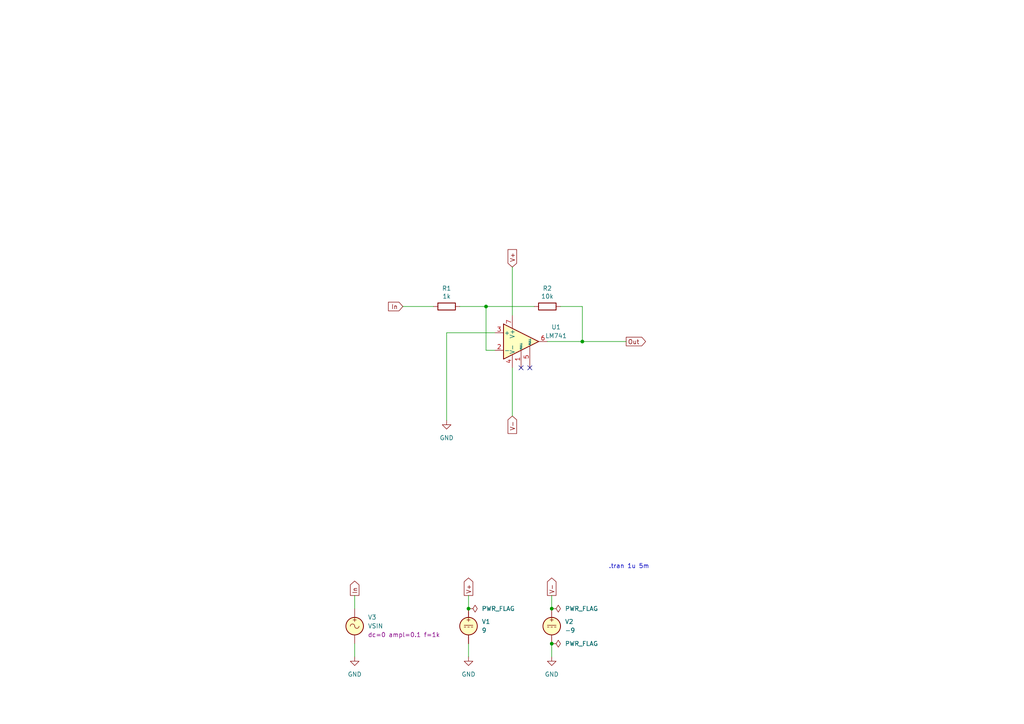
<source format=kicad_sch>
(kicad_sch (version 20230121) (generator eeschema)
  (paper "A4")
  (title_block (title "OPamp, inverting") (date "2024-02-27") (rev "1") (company "GitHub/OJStuff"))
  (lib_symbols
    (symbol "Amplifier_Operational:LM741" (pin_names (offset 0.127))
      (property "Reference" "U" (at 0 6.35 0))
      (property "Value" "LM741" (at 0 3.81 0))
      (symbol "LM741_0_1"
        (polyline (pts (xy -5.08 5.08) (xy 5.08 0) (xy -5.08 -5.08) (xy -5.08 5.08)) (stroke (width 0.254)) (fill (type background)))
      )
      (symbol "LM741_1_1"
        (pin input line (at 0 -7.62 90) (length 5.08) (name "NULL") (number "1"))
        (pin input line (at -7.62 -2.54 0) (length 2.54) (name "-") (number "2"))
        (pin input line (at -7.62 2.54 0) (length 2.54) (name "+") (number "3"))
        (pin power_in line (at -2.54 -7.62 90) (length 3.81) (name "V-") (number "4"))
        (pin input line (at 2.54 -7.62 90) (length 6.35) (name "NULL") (number "5"))
        (pin output line (at 7.62 0 180) (length 2.54) (name "~") (number "6"))
        (pin power_in line (at -2.54 7.62 270) (length 3.81) (name "V+") (number "7"))
        (pin no_connect line (at 0 2.54 270) (length 2.54) hide (name "NC") (number "8"))
      )
    )
    (symbol "Device:R" (pin_numbers hide) (pin_names (offset 0))
      (property "Reference" "R" (at 2.032 0 90))
      (property "Value" "R" (at 0 0 90))
      (symbol "R_0_1"
        (rectangle (start -1.016 -2.54) (end 1.016 2.54) (stroke (width 0.254)))
      )
      (symbol "R_1_1"
        (pin passive line (at 0 3.81 270) (length 1.27) (name "~") (number "1"))
        (pin passive line (at 0 -3.81 90) (length 1.27) (name "~") (number "2"))
      )
    )
    (symbol "Simulation_SPICE:VDC" (pin_numbers hide) (pin_names (offset 0.0254))
      (property "Reference" "V" (at 2.54 2.54 0))
      (property "Value" "1" (at 2.54 0 0))
      (symbol "VDC_0_0"
        (polyline (pts (xy -1.27 0.254) (xy 1.27 0.254)))
        (polyline (pts (xy -0.762 -0.254) (xy -1.27 -0.254)))
        (polyline (pts (xy 0.254 -0.254) (xy -0.254 -0.254)))
        (polyline (pts (xy 1.27 -0.254) (xy 0.762 -0.254)))
        (text "+" (at 0 1.905 0) (effects (font (size 1.27 1.27))))
      )
      (symbol "VDC_0_1"
        (circle (center 0 0) (radius 2.54) (stroke (width 0.254)) (fill (type background)))
      )
      (symbol "VDC_1_1"
        (pin passive line (at 0 5.08 270) (length 2.54) (name "~") (number "1"))
        (pin passive line (at 0 -5.08 90) (length 2.54) (name "~") (number "2"))
      )
    )
    (symbol "Simulation_SPICE:VSIN" (pin_numbers hide) (pin_names (offset 0.0254))
      (property "Reference" "V" (at 2.54 2.54 0))
      (property "Value" "VSIN" (at 2.54 0 0))
      (property "Sim.Params" "dc=0 ampl=1 f=1k ac=1" (at 2.54 -2.54 0))
      (symbol "VSIN_0_0"
        (arc (start 0 0) (mid -0.635 0.6323) (end -1.27 0))
        (arc (start 0 0) (mid 0.635 -0.6323) (end 1.27 0))
        (text "+" (at 0 1.905 0) (effects (font (size 1.27 1.27))))
      )
      (symbol "VSIN_0_1"
        (circle (center 0 0) (radius 2.54) (stroke (width 0.254)) (fill (type background)))
      )
      (symbol "VSIN_1_1"
        (pin passive line (at 0 5.08 270) (length 2.54) (name "~") (number "1"))
        (pin passive line (at 0 -5.08 90) (length 2.54) (name "~") (number "2"))
      )
    )
    (symbol "power:GND" (power) (pin_names (offset 0))
      (property "Value" "GND" (at 0 -3.81 0))
      (symbol "GND_0_1"
        (polyline (pts (xy 0 0) (xy 0 -1.27) (xy 1.27 -1.27) (xy 0 -2.54) (xy -1.27 -1.27) (xy 0 -1.27)))
      )
      (symbol "GND_1_1"
        (pin power_in line (at 0 0 270) (length 0) hide (name "GND") (number "1"))
      )
    )
    (symbol "power:PWR_FLAG" (power) (pin_numbers hide) (pin_names (offset 0) hide)
      (property "Value" "PWR_FLAG" (at 0 3.81 0))
      (symbol "PWR_FLAG_0_0"
        (pin power_out line (at 0 0 90) (length 0) (name "pwr") (number "1"))
      )
      (symbol "PWR_FLAG_0_1"
        (polyline (pts (xy 0 0) (xy 0 1.27) (xy -1.016 1.905) (xy 0 2.54) (xy 1.016 1.905) (xy 0 1.27)))
      )
    )
  )
  (junction (at 168.91 99.06))
  (junction (at 160.02 186.69))
  (junction (at 160.02 176.53))
  (junction (at 140.97 88.9))
  (junction (at 135.89 176.53))
  (no_connect (at 151.13 106.68))
  (no_connect (at 153.67 106.68))
  (wire (pts (xy 160.02 186.69) (xy 160.02 190.5)))
  (wire (pts (xy 102.87 186.69) (xy 102.87 190.5)))
  (wire (pts (xy 135.89 186.69) (xy 135.89 190.5)))
  (wire (pts (xy 143.51 101.6) (xy 140.97 101.6)))
  (wire (pts (xy 162.56 88.9) (xy 168.91 88.9)))
  (wire (pts (xy 140.97 101.6) (xy 140.97 88.9)))
  (wire (pts (xy 148.59 77.47) (xy 148.59 91.44)))
  (wire (pts (xy 129.54 96.52) (xy 143.51 96.52)))
  (wire (pts (xy 140.97 88.9) (xy 154.94 88.9)))
  (wire (pts (xy 102.87 172.72) (xy 102.87 176.53)))
  (wire (pts (xy 148.59 120.65) (xy 148.59 106.68)))
  (wire (pts (xy 116.84 88.9) (xy 125.73 88.9)))
  (wire (pts (xy 135.89 172.72) (xy 135.89 176.53)))
  (wire (pts (xy 160.02 172.72) (xy 160.02 176.53)))
  (wire (pts (xy 168.91 99.06) (xy 158.75 99.06)))
  (wire (pts (xy 168.91 88.9) (xy 168.91 99.06)))
  (wire (pts (xy 133.35 88.9) (xy 140.97 88.9)))
  (wire (pts (xy 129.54 96.52) (xy 129.54 121.92)))
  (wire (pts (xy 181.61 99.06) (xy 168.91 99.06)))
  (text ".tran 1u 5m" (at 176.53 165.1 0) (effects (font (size 1.27 1.27)) (justify left bottom)))
  (global_label "V+" (shape output) (at 135.89 172.72 90) (property "Intersheetrefs" "${INTERSHEET_REFS}" (effects hide)))
  (global_label "V-" (shape output) (at 160.02 172.72 90) (property "Intersheetrefs" "${INTERSHEET_REFS}" (effects hide)))
  (global_label "In" (shape output) (at 102.87 172.72 90) (property "Intersheetrefs" "${INTERSHEET_REFS}" (effects hide)))
  (global_label "V-" (shape input) (at 148.59 120.65 270) (property "Intersheetrefs" "${INTERSHEET_REFS}" (effects hide)))
  (global_label "In" (shape input) (at 116.84 88.9 180) (property "Intersheetrefs" "${INTERSHEET_REFS}" (effects hide)))
  (global_label "V+" (shape input) (at 148.59 77.47 90) (property "Intersheetrefs" "${INTERSHEET_REFS}" (effects hide)))
  (global_label "Out" (shape output) (at 181.61 99.06 0) (property "Intersheetrefs" "${INTERSHEET_REFS}" (effects hide)))
  (symbol (lib_id "power:PWR_FLAG") (at 160.02 176.53 270) (unit 1)
    (property "Reference" "#FLG02" (effects hide))
    (property "Value" "PWR_FLAG" (at 163.83 176.53 90) (effects (justify left)))
  )
  (symbol (lib_id "power:GND") (at 135.89 190.5 0) (unit 1)
    (property "Reference" "#PWR04" (effects hide))
    (property "Value" "GND" (at 135.89 195.58 0))
  )
  (symbol (lib_id "power:GND") (at 102.87 190.5 0) (unit 1)
    (property "Reference" "#PWR02" (effects hide))
    (property "Value" "GND" (at 102.87 195.58 0))
  )
  (symbol (lib_id "Device:R") (at 158.75 88.9 270) (unit 1)
    (property "Reference" "R2" (at 158.75 83.6422 90))
    (property "Value" "10k" (at 158.75 85.9536 90))
  )
  (symbol (lib_id "power:PWR_FLAG") (at 135.89 176.53 270) (unit 1)
    (property "Reference" "#FLG01" (effects hide))
    (property "Value" "PWR_FLAG" (at 139.7 176.53 90) (effects (justify left)))
  )
  (symbol (lib_id "Simulation_SPICE:VDC") (at 160.02 181.61 0) (unit 1)
    (property "Reference" "V2" (at 163.83 180.3042 0) (effects (justify left)))
    (property "Value" "-9" (at 163.83 182.8442 0) (effects (justify left)))
    (property "Sim.Pins" "1=+ 2=-" (effects hide))
    (property "Sim.Type" "DC" (effects hide))
    (property "Sim.Device" "V" (effects hide))
  )
  (symbol (lib_id "Device:R") (at 129.54 88.9 270) (unit 1)
    (property "Reference" "R1" (at 129.54 83.6422 90))
    (property "Value" "1k" (at 129.54 85.9536 90))
  )
  (symbol (lib_id "power:GND") (at 160.02 190.5 0) (unit 1)
    (property "Reference" "#PWR05" (effects hide))
    (property "Value" "GND" (at 160.02 195.58 0))
  )
  (symbol (lib_id "Amplifier_Operational:LM741") (at 151.13 99.06 0) (unit 1)
    (property "Reference" "U1" (at 161.29 94.8691 0))
    (property "Value" "LM741" (at 161.29 97.4091 0))
    (property "Datasheet" "http://www.ti.com/lit/ds/symlink/lm741.pdf" (effects hide))
    (property "Sim.Library" "LM741.lib" (effects hide))
    (property "Sim.Name" "LM741" (effects hide))
    (property "Sim.Device" "SUBCKT" (effects hide))
    (property "Sim.Pins" "2=2 3=1 4=50 6=28 7=99" (effects hide))
  )
  (symbol (lib_id "power:GND") (at 129.54 121.92 0) (unit 1)
    (property "Reference" "#PWR03" (effects hide))
    (property "Value" "GND" (at 129.54 127 0))
  )
  (symbol (lib_id "Simulation_SPICE:VDC") (at 135.89 181.61 0) (unit 1)
    (property "Reference" "V1" (at 139.7 180.3042 0) (effects (justify left)))
    (property "Value" "9" (at 139.7 182.8442 0) (effects (justify left)))
    (property "Sim.Pins" "1=+ 2=-" (effects hide))
    (property "Sim.Type" "DC" (effects hide))
    (property "Sim.Device" "V" (effects hide))
  )
  (symbol (lib_id "Simulation_SPICE:VSIN") (at 102.87 181.61 0) (unit 1)
    (property "Reference" "V3" (at 106.68 179.0342 0) (effects (justify left)))
    (property "Value" "VSIN" (at 106.68 181.5742 0) (effects (justify left)))
    (property "Sim.Pins" "1=+ 2=-" (effects hide))
    (property "Sim.Params" "dc=0 ampl=0.1 f=1k" (at 106.68 184.1142 0) (effects (justify left)))
    (property "Sim.Type" "SIN" (effects hide))
    (property "Sim.Device" "V" (effects hide))
  )
  (symbol (lib_id "power:PWR_FLAG") (at 160.02 186.69 270) (unit 1)
    (property "Reference" "#FLG03" (effects hide))
    (property "Value" "PWR_FLAG" (at 163.83 186.69 90) (effects (justify left)))
  )
)
</source>
